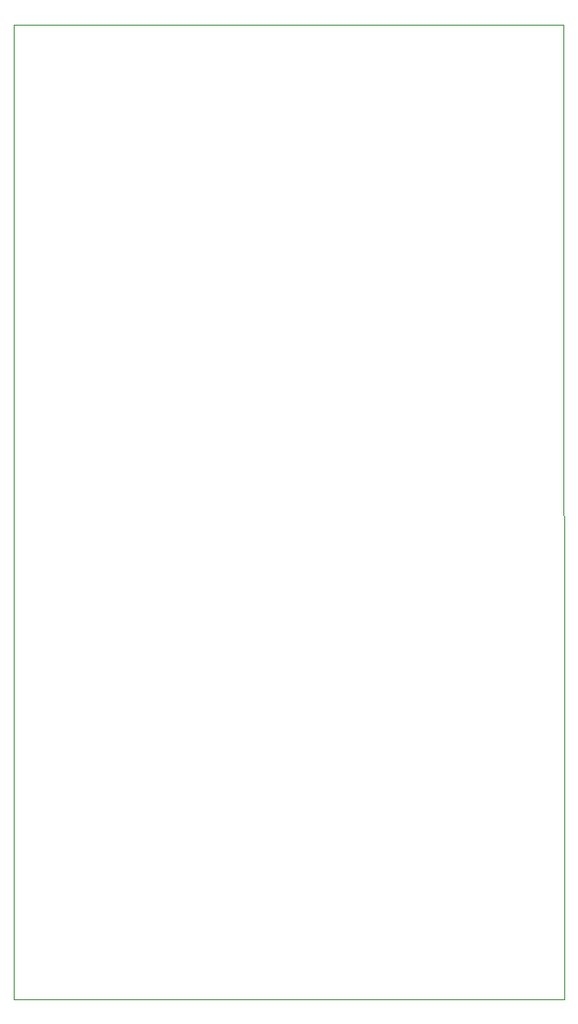
<source format=gbr>
G04 #@! TF.GenerationSoftware,KiCad,Pcbnew,(5.1.4)-1*
G04 #@! TF.CreationDate,2020-12-23T14:11:49+03:00*
G04 #@! TF.ProjectId,BlueFam,426c7565-4661-46d2-9e6b-696361645f70,rev?*
G04 #@! TF.SameCoordinates,Original*
G04 #@! TF.FileFunction,Profile,NP*
%FSLAX46Y46*%
G04 Gerber Fmt 4.6, Leading zero omitted, Abs format (unit mm)*
G04 Created by KiCad (PCBNEW (5.1.4)-1) date 2020-12-23 14:11:49*
%MOMM*%
%LPD*%
G04 APERTURE LIST*
%ADD10C,0.050000*%
G04 APERTURE END LIST*
D10*
X76352400Y-110490000D02*
X25400000Y-110490000D01*
X76250800Y-20320000D02*
X25400000Y-20320000D01*
X76250800Y-20320000D02*
X76352400Y-110490000D01*
X25400000Y-110490000D02*
X25400000Y-20320000D01*
M02*

</source>
